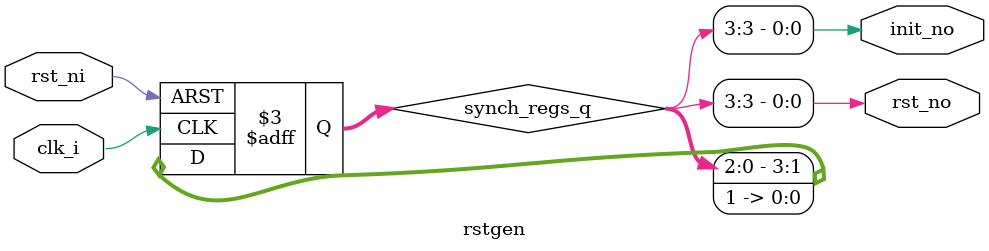
<source format=sv>
module rstgen #(
  parameter NumRegs = 4
) (
  input  wire clk_i,
  input  wire rst_ni,
  output wire rst_no,
  output wire init_no
);
  // internal reset
  reg [NumRegs-1:0] synch_regs_q;

  always @(posedge clk_i or negedge rst_ni) begin
    if(~rst_ni) begin
      synch_regs_q <= 0;
    end else begin
      synch_regs_q <= {synch_regs_q[NumRegs-2:0], 1'b1};
    end
  end

  assign rst_no = synch_regs_q[NumRegs-1];
  assign init_no = synch_regs_q[NumRegs-1];

endmodule

</source>
